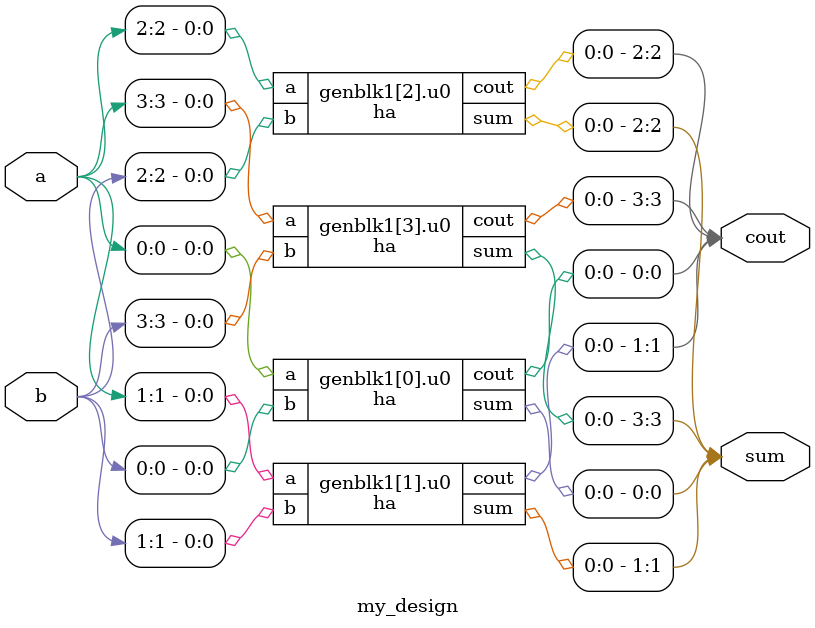
<source format=v>
module ha ( input   a, b,
            output  sum, cout);

assign sum  = a ^ b;
assign cout = a & b;
endmodule

  // A top level design that contains N instances of half adder
  module my_design
  #(parameter N=4)
  (input [N-1:0] a, b,
   output [N-1:0] sum, cout);

// Declare a temporary loop variable to be used during
// generation and won't be available during simulation
genvar i;

// Generate for loop to instantiate N times
generate
  for (i = 0; i < N; i = i + 1)
    begin
      ha u0 (a[i], b[i], sum[i], cout[i]);
    end
endgenerate
endmodule

</source>
